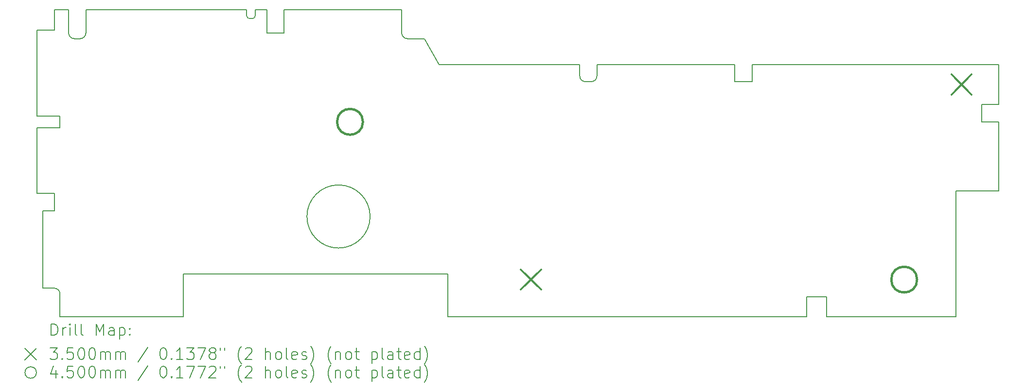
<source format=gbr>
%TF.GenerationSoftware,KiCad,Pcbnew,(6.0.10)*%
%TF.CreationDate,2024-06-10T21:48:43+09:00*%
%TF.ProjectId,icb33h_pwb_rev2,69636233-3368-45f7-9077-625f72657632,rev?*%
%TF.SameCoordinates,Original*%
%TF.FileFunction,Drillmap*%
%TF.FilePolarity,Positive*%
%FSLAX45Y45*%
G04 Gerber Fmt 4.5, Leading zero omitted, Abs format (unit mm)*
G04 Created by KiCad (PCBNEW (6.0.10)) date 2024-06-10 21:48:43*
%MOMM*%
%LPD*%
G01*
G04 APERTURE LIST*
%ADD10C,0.200000*%
%ADD11C,0.350000*%
%ADD12C,0.450000*%
G04 APERTURE END LIST*
D10*
X8750000Y-5650000D02*
X5950000Y-5650000D01*
X21100000Y-8800000D02*
X21850000Y-8800000D01*
X5750000Y-6150000D02*
X5850000Y-6150000D01*
X14850000Y-6800000D02*
X14850000Y-6600000D01*
X9400000Y-6050000D02*
X9100000Y-6050000D01*
X18850000Y-11000000D02*
X21100000Y-11000000D01*
X12100000Y-6600000D02*
X11850000Y-6150000D01*
X7650000Y-11000000D02*
X7650000Y-10250000D01*
X11450000Y-6050000D02*
G75*
G03*
X11550000Y-6150000I100000J0D01*
G01*
X21850000Y-7600000D02*
X21550000Y-7600000D01*
X5950000Y-5650000D02*
X5950000Y-6050000D01*
X5500000Y-10600000D02*
X5500000Y-11000000D01*
X17250000Y-6600000D02*
X14950000Y-6600000D01*
X17550000Y-6900000D02*
X17250000Y-6900000D01*
X14850000Y-6600000D02*
X14950000Y-6600000D01*
X5500000Y-10600000D02*
G75*
G03*
X5400000Y-10500000I-100000J0D01*
G01*
X17550000Y-6600000D02*
X17550000Y-6900000D01*
X11450000Y-6050000D02*
X11450000Y-5650000D01*
X10900000Y-9250000D02*
G75*
G03*
X10900000Y-9250000I-550000J0D01*
G01*
X11450000Y-5650000D02*
X9400000Y-5650000D01*
X14550000Y-6600000D02*
X12100000Y-6600000D01*
X8750000Y-5750000D02*
G75*
G03*
X8800000Y-5800000I50000J0D01*
G01*
X5650000Y-5650000D02*
X5400000Y-5650000D01*
X5650000Y-5650000D02*
X5650000Y-6050000D01*
X5100000Y-7500000D02*
X5500000Y-7500000D01*
X21550000Y-7600000D02*
X21550000Y-7300000D01*
X21850000Y-7300000D02*
X21850000Y-6600000D01*
X5100000Y-8850000D02*
X5400000Y-8850000D01*
X18850000Y-10650000D02*
X18850000Y-11000000D01*
X18500000Y-11000000D02*
X18500000Y-10650000D01*
X21850000Y-6600000D02*
X17550000Y-6600000D01*
X12250000Y-10250000D02*
X12250000Y-11000000D01*
X21100000Y-11000000D02*
X21100000Y-8800000D01*
X5500000Y-11000000D02*
X7650000Y-11000000D01*
X14550000Y-6600000D02*
X14550000Y-6800000D01*
X9400000Y-5650000D02*
X9400000Y-6050000D01*
X5400000Y-8850000D02*
X5400000Y-9150000D01*
X8850000Y-5800000D02*
G75*
G03*
X8900000Y-5750000I0J50000D01*
G01*
X18500000Y-10650000D02*
X18850000Y-10650000D01*
X5400000Y-9150000D02*
X5200000Y-9150000D01*
X14650000Y-6900000D02*
X14760000Y-6900000D01*
X12250000Y-11000000D02*
X18500000Y-11000000D01*
X5400000Y-10500000D02*
X5200000Y-10500000D01*
X5500000Y-7700000D02*
X5100000Y-7700000D01*
X8750000Y-5650000D02*
X8750000Y-5750000D01*
X5400000Y-5650000D02*
X5400000Y-6000000D01*
X17250000Y-6900000D02*
X17250000Y-6600000D01*
X21850000Y-8800000D02*
X21850000Y-7600000D01*
X5400000Y-6000000D02*
X5100000Y-6000000D01*
X8900000Y-5650000D02*
X8900000Y-5750000D01*
X9100000Y-6050000D02*
X9100000Y-5650000D01*
X5100000Y-6000000D02*
X5100000Y-7500000D01*
X5100000Y-7700000D02*
X5100000Y-8850000D01*
X5200000Y-9150000D02*
X5200000Y-10500000D01*
X5500000Y-7500000D02*
X5500000Y-7700000D01*
X9100000Y-5650000D02*
X8900000Y-5650000D01*
X14760000Y-6900004D02*
G75*
G03*
X14850000Y-6800000I-10560J100004D01*
G01*
X14550000Y-6800000D02*
G75*
G03*
X14650000Y-6900000I100000J0D01*
G01*
X8850000Y-5800000D02*
X8800000Y-5800000D01*
X5850000Y-6150000D02*
G75*
G03*
X5950000Y-6050000I0J100000D01*
G01*
X11550000Y-6150000D02*
X11850000Y-6150000D01*
X5650000Y-6050000D02*
G75*
G03*
X5750000Y-6150000I100000J0D01*
G01*
X21550000Y-7300000D02*
X21850000Y-7300000D01*
X7650000Y-10250000D02*
X12250000Y-10250000D01*
D11*
X13525000Y-10175000D02*
X13875000Y-10525000D01*
X13875000Y-10175000D02*
X13525000Y-10525000D01*
X21025000Y-6775000D02*
X21375000Y-7125000D01*
X21375000Y-6775000D02*
X21025000Y-7125000D01*
D12*
X10775000Y-7600000D02*
G75*
G03*
X10775000Y-7600000I-225000J0D01*
G01*
X20425000Y-10350000D02*
G75*
G03*
X20425000Y-10350000I-225000J0D01*
G01*
D10*
X5347619Y-11320476D02*
X5347619Y-11120476D01*
X5395238Y-11120476D01*
X5423810Y-11130000D01*
X5442857Y-11149048D01*
X5452381Y-11168095D01*
X5461905Y-11206190D01*
X5461905Y-11234762D01*
X5452381Y-11272857D01*
X5442857Y-11291905D01*
X5423810Y-11310952D01*
X5395238Y-11320476D01*
X5347619Y-11320476D01*
X5547619Y-11320476D02*
X5547619Y-11187143D01*
X5547619Y-11225238D02*
X5557143Y-11206190D01*
X5566667Y-11196667D01*
X5585714Y-11187143D01*
X5604762Y-11187143D01*
X5671428Y-11320476D02*
X5671428Y-11187143D01*
X5671428Y-11120476D02*
X5661905Y-11130000D01*
X5671428Y-11139524D01*
X5680952Y-11130000D01*
X5671428Y-11120476D01*
X5671428Y-11139524D01*
X5795238Y-11320476D02*
X5776190Y-11310952D01*
X5766667Y-11291905D01*
X5766667Y-11120476D01*
X5900000Y-11320476D02*
X5880952Y-11310952D01*
X5871428Y-11291905D01*
X5871428Y-11120476D01*
X6128571Y-11320476D02*
X6128571Y-11120476D01*
X6195238Y-11263333D01*
X6261905Y-11120476D01*
X6261905Y-11320476D01*
X6442857Y-11320476D02*
X6442857Y-11215714D01*
X6433333Y-11196667D01*
X6414286Y-11187143D01*
X6376190Y-11187143D01*
X6357143Y-11196667D01*
X6442857Y-11310952D02*
X6423809Y-11320476D01*
X6376190Y-11320476D01*
X6357143Y-11310952D01*
X6347619Y-11291905D01*
X6347619Y-11272857D01*
X6357143Y-11253809D01*
X6376190Y-11244286D01*
X6423809Y-11244286D01*
X6442857Y-11234762D01*
X6538095Y-11187143D02*
X6538095Y-11387143D01*
X6538095Y-11196667D02*
X6557143Y-11187143D01*
X6595238Y-11187143D01*
X6614286Y-11196667D01*
X6623809Y-11206190D01*
X6633333Y-11225238D01*
X6633333Y-11282381D01*
X6623809Y-11301428D01*
X6614286Y-11310952D01*
X6595238Y-11320476D01*
X6557143Y-11320476D01*
X6538095Y-11310952D01*
X6719048Y-11301428D02*
X6728571Y-11310952D01*
X6719048Y-11320476D01*
X6709524Y-11310952D01*
X6719048Y-11301428D01*
X6719048Y-11320476D01*
X6719048Y-11196667D02*
X6728571Y-11206190D01*
X6719048Y-11215714D01*
X6709524Y-11206190D01*
X6719048Y-11196667D01*
X6719048Y-11215714D01*
X4890000Y-11550000D02*
X5090000Y-11750000D01*
X5090000Y-11550000D02*
X4890000Y-11750000D01*
X5328571Y-11540476D02*
X5452381Y-11540476D01*
X5385714Y-11616667D01*
X5414286Y-11616667D01*
X5433333Y-11626190D01*
X5442857Y-11635714D01*
X5452381Y-11654762D01*
X5452381Y-11702381D01*
X5442857Y-11721428D01*
X5433333Y-11730952D01*
X5414286Y-11740476D01*
X5357143Y-11740476D01*
X5338095Y-11730952D01*
X5328571Y-11721428D01*
X5538095Y-11721428D02*
X5547619Y-11730952D01*
X5538095Y-11740476D01*
X5528571Y-11730952D01*
X5538095Y-11721428D01*
X5538095Y-11740476D01*
X5728571Y-11540476D02*
X5633333Y-11540476D01*
X5623809Y-11635714D01*
X5633333Y-11626190D01*
X5652381Y-11616667D01*
X5700000Y-11616667D01*
X5719048Y-11626190D01*
X5728571Y-11635714D01*
X5738095Y-11654762D01*
X5738095Y-11702381D01*
X5728571Y-11721428D01*
X5719048Y-11730952D01*
X5700000Y-11740476D01*
X5652381Y-11740476D01*
X5633333Y-11730952D01*
X5623809Y-11721428D01*
X5861905Y-11540476D02*
X5880952Y-11540476D01*
X5900000Y-11550000D01*
X5909524Y-11559524D01*
X5919048Y-11578571D01*
X5928571Y-11616667D01*
X5928571Y-11664286D01*
X5919048Y-11702381D01*
X5909524Y-11721428D01*
X5900000Y-11730952D01*
X5880952Y-11740476D01*
X5861905Y-11740476D01*
X5842857Y-11730952D01*
X5833333Y-11721428D01*
X5823809Y-11702381D01*
X5814286Y-11664286D01*
X5814286Y-11616667D01*
X5823809Y-11578571D01*
X5833333Y-11559524D01*
X5842857Y-11550000D01*
X5861905Y-11540476D01*
X6052381Y-11540476D02*
X6071428Y-11540476D01*
X6090476Y-11550000D01*
X6100000Y-11559524D01*
X6109524Y-11578571D01*
X6119048Y-11616667D01*
X6119048Y-11664286D01*
X6109524Y-11702381D01*
X6100000Y-11721428D01*
X6090476Y-11730952D01*
X6071428Y-11740476D01*
X6052381Y-11740476D01*
X6033333Y-11730952D01*
X6023809Y-11721428D01*
X6014286Y-11702381D01*
X6004762Y-11664286D01*
X6004762Y-11616667D01*
X6014286Y-11578571D01*
X6023809Y-11559524D01*
X6033333Y-11550000D01*
X6052381Y-11540476D01*
X6204762Y-11740476D02*
X6204762Y-11607143D01*
X6204762Y-11626190D02*
X6214286Y-11616667D01*
X6233333Y-11607143D01*
X6261905Y-11607143D01*
X6280952Y-11616667D01*
X6290476Y-11635714D01*
X6290476Y-11740476D01*
X6290476Y-11635714D02*
X6300000Y-11616667D01*
X6319048Y-11607143D01*
X6347619Y-11607143D01*
X6366667Y-11616667D01*
X6376190Y-11635714D01*
X6376190Y-11740476D01*
X6471428Y-11740476D02*
X6471428Y-11607143D01*
X6471428Y-11626190D02*
X6480952Y-11616667D01*
X6500000Y-11607143D01*
X6528571Y-11607143D01*
X6547619Y-11616667D01*
X6557143Y-11635714D01*
X6557143Y-11740476D01*
X6557143Y-11635714D02*
X6566667Y-11616667D01*
X6585714Y-11607143D01*
X6614286Y-11607143D01*
X6633333Y-11616667D01*
X6642857Y-11635714D01*
X6642857Y-11740476D01*
X7033333Y-11530952D02*
X6861905Y-11788095D01*
X7290476Y-11540476D02*
X7309524Y-11540476D01*
X7328571Y-11550000D01*
X7338095Y-11559524D01*
X7347619Y-11578571D01*
X7357143Y-11616667D01*
X7357143Y-11664286D01*
X7347619Y-11702381D01*
X7338095Y-11721428D01*
X7328571Y-11730952D01*
X7309524Y-11740476D01*
X7290476Y-11740476D01*
X7271428Y-11730952D01*
X7261905Y-11721428D01*
X7252381Y-11702381D01*
X7242857Y-11664286D01*
X7242857Y-11616667D01*
X7252381Y-11578571D01*
X7261905Y-11559524D01*
X7271428Y-11550000D01*
X7290476Y-11540476D01*
X7442857Y-11721428D02*
X7452381Y-11730952D01*
X7442857Y-11740476D01*
X7433333Y-11730952D01*
X7442857Y-11721428D01*
X7442857Y-11740476D01*
X7642857Y-11740476D02*
X7528571Y-11740476D01*
X7585714Y-11740476D02*
X7585714Y-11540476D01*
X7566667Y-11569048D01*
X7547619Y-11588095D01*
X7528571Y-11597619D01*
X7709524Y-11540476D02*
X7833333Y-11540476D01*
X7766667Y-11616667D01*
X7795238Y-11616667D01*
X7814286Y-11626190D01*
X7823809Y-11635714D01*
X7833333Y-11654762D01*
X7833333Y-11702381D01*
X7823809Y-11721428D01*
X7814286Y-11730952D01*
X7795238Y-11740476D01*
X7738095Y-11740476D01*
X7719048Y-11730952D01*
X7709524Y-11721428D01*
X7900000Y-11540476D02*
X8033333Y-11540476D01*
X7947619Y-11740476D01*
X8138095Y-11626190D02*
X8119048Y-11616667D01*
X8109524Y-11607143D01*
X8100000Y-11588095D01*
X8100000Y-11578571D01*
X8109524Y-11559524D01*
X8119048Y-11550000D01*
X8138095Y-11540476D01*
X8176190Y-11540476D01*
X8195238Y-11550000D01*
X8204762Y-11559524D01*
X8214286Y-11578571D01*
X8214286Y-11588095D01*
X8204762Y-11607143D01*
X8195238Y-11616667D01*
X8176190Y-11626190D01*
X8138095Y-11626190D01*
X8119048Y-11635714D01*
X8109524Y-11645238D01*
X8100000Y-11664286D01*
X8100000Y-11702381D01*
X8109524Y-11721428D01*
X8119048Y-11730952D01*
X8138095Y-11740476D01*
X8176190Y-11740476D01*
X8195238Y-11730952D01*
X8204762Y-11721428D01*
X8214286Y-11702381D01*
X8214286Y-11664286D01*
X8204762Y-11645238D01*
X8195238Y-11635714D01*
X8176190Y-11626190D01*
X8290476Y-11540476D02*
X8290476Y-11578571D01*
X8366667Y-11540476D02*
X8366667Y-11578571D01*
X8661905Y-11816667D02*
X8652381Y-11807143D01*
X8633333Y-11778571D01*
X8623810Y-11759524D01*
X8614286Y-11730952D01*
X8604762Y-11683333D01*
X8604762Y-11645238D01*
X8614286Y-11597619D01*
X8623810Y-11569048D01*
X8633333Y-11550000D01*
X8652381Y-11521428D01*
X8661905Y-11511905D01*
X8728571Y-11559524D02*
X8738095Y-11550000D01*
X8757143Y-11540476D01*
X8804762Y-11540476D01*
X8823810Y-11550000D01*
X8833333Y-11559524D01*
X8842857Y-11578571D01*
X8842857Y-11597619D01*
X8833333Y-11626190D01*
X8719048Y-11740476D01*
X8842857Y-11740476D01*
X9080952Y-11740476D02*
X9080952Y-11540476D01*
X9166667Y-11740476D02*
X9166667Y-11635714D01*
X9157143Y-11616667D01*
X9138095Y-11607143D01*
X9109524Y-11607143D01*
X9090476Y-11616667D01*
X9080952Y-11626190D01*
X9290476Y-11740476D02*
X9271429Y-11730952D01*
X9261905Y-11721428D01*
X9252381Y-11702381D01*
X9252381Y-11645238D01*
X9261905Y-11626190D01*
X9271429Y-11616667D01*
X9290476Y-11607143D01*
X9319048Y-11607143D01*
X9338095Y-11616667D01*
X9347619Y-11626190D01*
X9357143Y-11645238D01*
X9357143Y-11702381D01*
X9347619Y-11721428D01*
X9338095Y-11730952D01*
X9319048Y-11740476D01*
X9290476Y-11740476D01*
X9471429Y-11740476D02*
X9452381Y-11730952D01*
X9442857Y-11711905D01*
X9442857Y-11540476D01*
X9623810Y-11730952D02*
X9604762Y-11740476D01*
X9566667Y-11740476D01*
X9547619Y-11730952D01*
X9538095Y-11711905D01*
X9538095Y-11635714D01*
X9547619Y-11616667D01*
X9566667Y-11607143D01*
X9604762Y-11607143D01*
X9623810Y-11616667D01*
X9633333Y-11635714D01*
X9633333Y-11654762D01*
X9538095Y-11673809D01*
X9709524Y-11730952D02*
X9728571Y-11740476D01*
X9766667Y-11740476D01*
X9785714Y-11730952D01*
X9795238Y-11711905D01*
X9795238Y-11702381D01*
X9785714Y-11683333D01*
X9766667Y-11673809D01*
X9738095Y-11673809D01*
X9719048Y-11664286D01*
X9709524Y-11645238D01*
X9709524Y-11635714D01*
X9719048Y-11616667D01*
X9738095Y-11607143D01*
X9766667Y-11607143D01*
X9785714Y-11616667D01*
X9861905Y-11816667D02*
X9871429Y-11807143D01*
X9890476Y-11778571D01*
X9900000Y-11759524D01*
X9909524Y-11730952D01*
X9919048Y-11683333D01*
X9919048Y-11645238D01*
X9909524Y-11597619D01*
X9900000Y-11569048D01*
X9890476Y-11550000D01*
X9871429Y-11521428D01*
X9861905Y-11511905D01*
X10223810Y-11816667D02*
X10214286Y-11807143D01*
X10195238Y-11778571D01*
X10185714Y-11759524D01*
X10176190Y-11730952D01*
X10166667Y-11683333D01*
X10166667Y-11645238D01*
X10176190Y-11597619D01*
X10185714Y-11569048D01*
X10195238Y-11550000D01*
X10214286Y-11521428D01*
X10223810Y-11511905D01*
X10300000Y-11607143D02*
X10300000Y-11740476D01*
X10300000Y-11626190D02*
X10309524Y-11616667D01*
X10328571Y-11607143D01*
X10357143Y-11607143D01*
X10376190Y-11616667D01*
X10385714Y-11635714D01*
X10385714Y-11740476D01*
X10509524Y-11740476D02*
X10490476Y-11730952D01*
X10480952Y-11721428D01*
X10471429Y-11702381D01*
X10471429Y-11645238D01*
X10480952Y-11626190D01*
X10490476Y-11616667D01*
X10509524Y-11607143D01*
X10538095Y-11607143D01*
X10557143Y-11616667D01*
X10566667Y-11626190D01*
X10576190Y-11645238D01*
X10576190Y-11702381D01*
X10566667Y-11721428D01*
X10557143Y-11730952D01*
X10538095Y-11740476D01*
X10509524Y-11740476D01*
X10633333Y-11607143D02*
X10709524Y-11607143D01*
X10661905Y-11540476D02*
X10661905Y-11711905D01*
X10671429Y-11730952D01*
X10690476Y-11740476D01*
X10709524Y-11740476D01*
X10928571Y-11607143D02*
X10928571Y-11807143D01*
X10928571Y-11616667D02*
X10947619Y-11607143D01*
X10985714Y-11607143D01*
X11004762Y-11616667D01*
X11014286Y-11626190D01*
X11023810Y-11645238D01*
X11023810Y-11702381D01*
X11014286Y-11721428D01*
X11004762Y-11730952D01*
X10985714Y-11740476D01*
X10947619Y-11740476D01*
X10928571Y-11730952D01*
X11138095Y-11740476D02*
X11119048Y-11730952D01*
X11109524Y-11711905D01*
X11109524Y-11540476D01*
X11300000Y-11740476D02*
X11300000Y-11635714D01*
X11290476Y-11616667D01*
X11271428Y-11607143D01*
X11233333Y-11607143D01*
X11214286Y-11616667D01*
X11300000Y-11730952D02*
X11280952Y-11740476D01*
X11233333Y-11740476D01*
X11214286Y-11730952D01*
X11204762Y-11711905D01*
X11204762Y-11692857D01*
X11214286Y-11673809D01*
X11233333Y-11664286D01*
X11280952Y-11664286D01*
X11300000Y-11654762D01*
X11366667Y-11607143D02*
X11442857Y-11607143D01*
X11395238Y-11540476D02*
X11395238Y-11711905D01*
X11404762Y-11730952D01*
X11423809Y-11740476D01*
X11442857Y-11740476D01*
X11585714Y-11730952D02*
X11566667Y-11740476D01*
X11528571Y-11740476D01*
X11509524Y-11730952D01*
X11500000Y-11711905D01*
X11500000Y-11635714D01*
X11509524Y-11616667D01*
X11528571Y-11607143D01*
X11566667Y-11607143D01*
X11585714Y-11616667D01*
X11595238Y-11635714D01*
X11595238Y-11654762D01*
X11500000Y-11673809D01*
X11766667Y-11740476D02*
X11766667Y-11540476D01*
X11766667Y-11730952D02*
X11747619Y-11740476D01*
X11709524Y-11740476D01*
X11690476Y-11730952D01*
X11680952Y-11721428D01*
X11671428Y-11702381D01*
X11671428Y-11645238D01*
X11680952Y-11626190D01*
X11690476Y-11616667D01*
X11709524Y-11607143D01*
X11747619Y-11607143D01*
X11766667Y-11616667D01*
X11842857Y-11816667D02*
X11852381Y-11807143D01*
X11871428Y-11778571D01*
X11880952Y-11759524D01*
X11890476Y-11730952D01*
X11900000Y-11683333D01*
X11900000Y-11645238D01*
X11890476Y-11597619D01*
X11880952Y-11569048D01*
X11871428Y-11550000D01*
X11852381Y-11521428D01*
X11842857Y-11511905D01*
X5090000Y-11970000D02*
G75*
G03*
X5090000Y-11970000I-100000J0D01*
G01*
X5433333Y-11927143D02*
X5433333Y-12060476D01*
X5385714Y-11850952D02*
X5338095Y-11993809D01*
X5461905Y-11993809D01*
X5538095Y-12041428D02*
X5547619Y-12050952D01*
X5538095Y-12060476D01*
X5528571Y-12050952D01*
X5538095Y-12041428D01*
X5538095Y-12060476D01*
X5728571Y-11860476D02*
X5633333Y-11860476D01*
X5623809Y-11955714D01*
X5633333Y-11946190D01*
X5652381Y-11936667D01*
X5700000Y-11936667D01*
X5719048Y-11946190D01*
X5728571Y-11955714D01*
X5738095Y-11974762D01*
X5738095Y-12022381D01*
X5728571Y-12041428D01*
X5719048Y-12050952D01*
X5700000Y-12060476D01*
X5652381Y-12060476D01*
X5633333Y-12050952D01*
X5623809Y-12041428D01*
X5861905Y-11860476D02*
X5880952Y-11860476D01*
X5900000Y-11870000D01*
X5909524Y-11879524D01*
X5919048Y-11898571D01*
X5928571Y-11936667D01*
X5928571Y-11984286D01*
X5919048Y-12022381D01*
X5909524Y-12041428D01*
X5900000Y-12050952D01*
X5880952Y-12060476D01*
X5861905Y-12060476D01*
X5842857Y-12050952D01*
X5833333Y-12041428D01*
X5823809Y-12022381D01*
X5814286Y-11984286D01*
X5814286Y-11936667D01*
X5823809Y-11898571D01*
X5833333Y-11879524D01*
X5842857Y-11870000D01*
X5861905Y-11860476D01*
X6052381Y-11860476D02*
X6071428Y-11860476D01*
X6090476Y-11870000D01*
X6100000Y-11879524D01*
X6109524Y-11898571D01*
X6119048Y-11936667D01*
X6119048Y-11984286D01*
X6109524Y-12022381D01*
X6100000Y-12041428D01*
X6090476Y-12050952D01*
X6071428Y-12060476D01*
X6052381Y-12060476D01*
X6033333Y-12050952D01*
X6023809Y-12041428D01*
X6014286Y-12022381D01*
X6004762Y-11984286D01*
X6004762Y-11936667D01*
X6014286Y-11898571D01*
X6023809Y-11879524D01*
X6033333Y-11870000D01*
X6052381Y-11860476D01*
X6204762Y-12060476D02*
X6204762Y-11927143D01*
X6204762Y-11946190D02*
X6214286Y-11936667D01*
X6233333Y-11927143D01*
X6261905Y-11927143D01*
X6280952Y-11936667D01*
X6290476Y-11955714D01*
X6290476Y-12060476D01*
X6290476Y-11955714D02*
X6300000Y-11936667D01*
X6319048Y-11927143D01*
X6347619Y-11927143D01*
X6366667Y-11936667D01*
X6376190Y-11955714D01*
X6376190Y-12060476D01*
X6471428Y-12060476D02*
X6471428Y-11927143D01*
X6471428Y-11946190D02*
X6480952Y-11936667D01*
X6500000Y-11927143D01*
X6528571Y-11927143D01*
X6547619Y-11936667D01*
X6557143Y-11955714D01*
X6557143Y-12060476D01*
X6557143Y-11955714D02*
X6566667Y-11936667D01*
X6585714Y-11927143D01*
X6614286Y-11927143D01*
X6633333Y-11936667D01*
X6642857Y-11955714D01*
X6642857Y-12060476D01*
X7033333Y-11850952D02*
X6861905Y-12108095D01*
X7290476Y-11860476D02*
X7309524Y-11860476D01*
X7328571Y-11870000D01*
X7338095Y-11879524D01*
X7347619Y-11898571D01*
X7357143Y-11936667D01*
X7357143Y-11984286D01*
X7347619Y-12022381D01*
X7338095Y-12041428D01*
X7328571Y-12050952D01*
X7309524Y-12060476D01*
X7290476Y-12060476D01*
X7271428Y-12050952D01*
X7261905Y-12041428D01*
X7252381Y-12022381D01*
X7242857Y-11984286D01*
X7242857Y-11936667D01*
X7252381Y-11898571D01*
X7261905Y-11879524D01*
X7271428Y-11870000D01*
X7290476Y-11860476D01*
X7442857Y-12041428D02*
X7452381Y-12050952D01*
X7442857Y-12060476D01*
X7433333Y-12050952D01*
X7442857Y-12041428D01*
X7442857Y-12060476D01*
X7642857Y-12060476D02*
X7528571Y-12060476D01*
X7585714Y-12060476D02*
X7585714Y-11860476D01*
X7566667Y-11889048D01*
X7547619Y-11908095D01*
X7528571Y-11917619D01*
X7709524Y-11860476D02*
X7842857Y-11860476D01*
X7757143Y-12060476D01*
X7900000Y-11860476D02*
X8033333Y-11860476D01*
X7947619Y-12060476D01*
X8100000Y-11879524D02*
X8109524Y-11870000D01*
X8128571Y-11860476D01*
X8176190Y-11860476D01*
X8195238Y-11870000D01*
X8204762Y-11879524D01*
X8214286Y-11898571D01*
X8214286Y-11917619D01*
X8204762Y-11946190D01*
X8090476Y-12060476D01*
X8214286Y-12060476D01*
X8290476Y-11860476D02*
X8290476Y-11898571D01*
X8366667Y-11860476D02*
X8366667Y-11898571D01*
X8661905Y-12136667D02*
X8652381Y-12127143D01*
X8633333Y-12098571D01*
X8623810Y-12079524D01*
X8614286Y-12050952D01*
X8604762Y-12003333D01*
X8604762Y-11965238D01*
X8614286Y-11917619D01*
X8623810Y-11889048D01*
X8633333Y-11870000D01*
X8652381Y-11841428D01*
X8661905Y-11831905D01*
X8728571Y-11879524D02*
X8738095Y-11870000D01*
X8757143Y-11860476D01*
X8804762Y-11860476D01*
X8823810Y-11870000D01*
X8833333Y-11879524D01*
X8842857Y-11898571D01*
X8842857Y-11917619D01*
X8833333Y-11946190D01*
X8719048Y-12060476D01*
X8842857Y-12060476D01*
X9080952Y-12060476D02*
X9080952Y-11860476D01*
X9166667Y-12060476D02*
X9166667Y-11955714D01*
X9157143Y-11936667D01*
X9138095Y-11927143D01*
X9109524Y-11927143D01*
X9090476Y-11936667D01*
X9080952Y-11946190D01*
X9290476Y-12060476D02*
X9271429Y-12050952D01*
X9261905Y-12041428D01*
X9252381Y-12022381D01*
X9252381Y-11965238D01*
X9261905Y-11946190D01*
X9271429Y-11936667D01*
X9290476Y-11927143D01*
X9319048Y-11927143D01*
X9338095Y-11936667D01*
X9347619Y-11946190D01*
X9357143Y-11965238D01*
X9357143Y-12022381D01*
X9347619Y-12041428D01*
X9338095Y-12050952D01*
X9319048Y-12060476D01*
X9290476Y-12060476D01*
X9471429Y-12060476D02*
X9452381Y-12050952D01*
X9442857Y-12031905D01*
X9442857Y-11860476D01*
X9623810Y-12050952D02*
X9604762Y-12060476D01*
X9566667Y-12060476D01*
X9547619Y-12050952D01*
X9538095Y-12031905D01*
X9538095Y-11955714D01*
X9547619Y-11936667D01*
X9566667Y-11927143D01*
X9604762Y-11927143D01*
X9623810Y-11936667D01*
X9633333Y-11955714D01*
X9633333Y-11974762D01*
X9538095Y-11993809D01*
X9709524Y-12050952D02*
X9728571Y-12060476D01*
X9766667Y-12060476D01*
X9785714Y-12050952D01*
X9795238Y-12031905D01*
X9795238Y-12022381D01*
X9785714Y-12003333D01*
X9766667Y-11993809D01*
X9738095Y-11993809D01*
X9719048Y-11984286D01*
X9709524Y-11965238D01*
X9709524Y-11955714D01*
X9719048Y-11936667D01*
X9738095Y-11927143D01*
X9766667Y-11927143D01*
X9785714Y-11936667D01*
X9861905Y-12136667D02*
X9871429Y-12127143D01*
X9890476Y-12098571D01*
X9900000Y-12079524D01*
X9909524Y-12050952D01*
X9919048Y-12003333D01*
X9919048Y-11965238D01*
X9909524Y-11917619D01*
X9900000Y-11889048D01*
X9890476Y-11870000D01*
X9871429Y-11841428D01*
X9861905Y-11831905D01*
X10223810Y-12136667D02*
X10214286Y-12127143D01*
X10195238Y-12098571D01*
X10185714Y-12079524D01*
X10176190Y-12050952D01*
X10166667Y-12003333D01*
X10166667Y-11965238D01*
X10176190Y-11917619D01*
X10185714Y-11889048D01*
X10195238Y-11870000D01*
X10214286Y-11841428D01*
X10223810Y-11831905D01*
X10300000Y-11927143D02*
X10300000Y-12060476D01*
X10300000Y-11946190D02*
X10309524Y-11936667D01*
X10328571Y-11927143D01*
X10357143Y-11927143D01*
X10376190Y-11936667D01*
X10385714Y-11955714D01*
X10385714Y-12060476D01*
X10509524Y-12060476D02*
X10490476Y-12050952D01*
X10480952Y-12041428D01*
X10471429Y-12022381D01*
X10471429Y-11965238D01*
X10480952Y-11946190D01*
X10490476Y-11936667D01*
X10509524Y-11927143D01*
X10538095Y-11927143D01*
X10557143Y-11936667D01*
X10566667Y-11946190D01*
X10576190Y-11965238D01*
X10576190Y-12022381D01*
X10566667Y-12041428D01*
X10557143Y-12050952D01*
X10538095Y-12060476D01*
X10509524Y-12060476D01*
X10633333Y-11927143D02*
X10709524Y-11927143D01*
X10661905Y-11860476D02*
X10661905Y-12031905D01*
X10671429Y-12050952D01*
X10690476Y-12060476D01*
X10709524Y-12060476D01*
X10928571Y-11927143D02*
X10928571Y-12127143D01*
X10928571Y-11936667D02*
X10947619Y-11927143D01*
X10985714Y-11927143D01*
X11004762Y-11936667D01*
X11014286Y-11946190D01*
X11023810Y-11965238D01*
X11023810Y-12022381D01*
X11014286Y-12041428D01*
X11004762Y-12050952D01*
X10985714Y-12060476D01*
X10947619Y-12060476D01*
X10928571Y-12050952D01*
X11138095Y-12060476D02*
X11119048Y-12050952D01*
X11109524Y-12031905D01*
X11109524Y-11860476D01*
X11300000Y-12060476D02*
X11300000Y-11955714D01*
X11290476Y-11936667D01*
X11271428Y-11927143D01*
X11233333Y-11927143D01*
X11214286Y-11936667D01*
X11300000Y-12050952D02*
X11280952Y-12060476D01*
X11233333Y-12060476D01*
X11214286Y-12050952D01*
X11204762Y-12031905D01*
X11204762Y-12012857D01*
X11214286Y-11993809D01*
X11233333Y-11984286D01*
X11280952Y-11984286D01*
X11300000Y-11974762D01*
X11366667Y-11927143D02*
X11442857Y-11927143D01*
X11395238Y-11860476D02*
X11395238Y-12031905D01*
X11404762Y-12050952D01*
X11423809Y-12060476D01*
X11442857Y-12060476D01*
X11585714Y-12050952D02*
X11566667Y-12060476D01*
X11528571Y-12060476D01*
X11509524Y-12050952D01*
X11500000Y-12031905D01*
X11500000Y-11955714D01*
X11509524Y-11936667D01*
X11528571Y-11927143D01*
X11566667Y-11927143D01*
X11585714Y-11936667D01*
X11595238Y-11955714D01*
X11595238Y-11974762D01*
X11500000Y-11993809D01*
X11766667Y-12060476D02*
X11766667Y-11860476D01*
X11766667Y-12050952D02*
X11747619Y-12060476D01*
X11709524Y-12060476D01*
X11690476Y-12050952D01*
X11680952Y-12041428D01*
X11671428Y-12022381D01*
X11671428Y-11965238D01*
X11680952Y-11946190D01*
X11690476Y-11936667D01*
X11709524Y-11927143D01*
X11747619Y-11927143D01*
X11766667Y-11936667D01*
X11842857Y-12136667D02*
X11852381Y-12127143D01*
X11871428Y-12098571D01*
X11880952Y-12079524D01*
X11890476Y-12050952D01*
X11900000Y-12003333D01*
X11900000Y-11965238D01*
X11890476Y-11917619D01*
X11880952Y-11889048D01*
X11871428Y-11870000D01*
X11852381Y-11841428D01*
X11842857Y-11831905D01*
M02*

</source>
